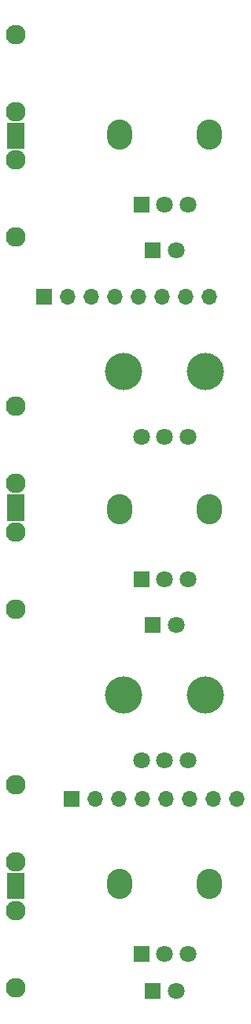
<source format=gbr>
%TF.GenerationSoftware,KiCad,Pcbnew,(5.1.9-0-10_14)*%
%TF.CreationDate,2021-04-20T22:44:58+02:00*%
%TF.ProjectId,tribus_front,74726962-7573-45f6-9672-6f6e742e6b69,rev?*%
%TF.SameCoordinates,Original*%
%TF.FileFunction,Soldermask,Top*%
%TF.FilePolarity,Negative*%
%FSLAX46Y46*%
G04 Gerber Fmt 4.6, Leading zero omitted, Abs format (unit mm)*
G04 Created by KiCad (PCBNEW (5.1.9-0-10_14)) date 2021-04-20 22:44:58*
%MOMM*%
%LPD*%
G01*
G04 APERTURE LIST*
%ADD10C,1.800000*%
%ADD11R,1.800000X1.800000*%
%ADD12C,2.130000*%
%ADD13R,1.930000X1.830000*%
%ADD14O,2.720000X3.240000*%
%ADD15C,4.000000*%
%ADD16O,1.700000X1.700000*%
%ADD17R,1.700000X1.700000*%
G04 APERTURE END LIST*
D10*
%TO.C,D14*%
X22140000Y-65300000D03*
D11*
X19600000Y-65300000D03*
%TD*%
D12*
%TO.C,J8*%
X4900000Y-90800000D03*
D13*
X4900000Y-93900000D03*
D12*
X4900000Y-82500000D03*
%TD*%
%TO.C,J5*%
X4900000Y-96050000D03*
D13*
X4900000Y-92950000D03*
D12*
X4900000Y-104350000D03*
%TD*%
D11*
%TO.C,RV5*%
X18400000Y-100700000D03*
D10*
X20900000Y-100700000D03*
X23400000Y-100700000D03*
D14*
X25700000Y-93200000D03*
X16100000Y-93200000D03*
%TD*%
D10*
%TO.C,RV3*%
X18400000Y-79900000D03*
X20900000Y-79900000D03*
X23400000Y-79900000D03*
D15*
X16500000Y-72900000D03*
X25300000Y-72900000D03*
%TD*%
D11*
%TO.C,RV2*%
X18400000Y-60400000D03*
D10*
X20900000Y-60400000D03*
X23400000Y-60400000D03*
D14*
X25700000Y-52900000D03*
X16100000Y-52900000D03*
%TD*%
D10*
%TO.C,RV7*%
X18400000Y-45100000D03*
X20900000Y-45100000D03*
X23400000Y-45100000D03*
D15*
X16500000Y-38100000D03*
X25300000Y-38100000D03*
%TD*%
D11*
%TO.C,RV6*%
X18400000Y-20100000D03*
D10*
X20900000Y-20100000D03*
X23400000Y-20100000D03*
D14*
X25700000Y-12600000D03*
X16100000Y-12600000D03*
%TD*%
D10*
%TO.C,D8*%
X22140000Y-25000000D03*
D11*
X19600000Y-25000000D03*
%TD*%
D10*
%TO.C,D7*%
X22140000Y-104730000D03*
D11*
X19600000Y-104730000D03*
%TD*%
D12*
%TO.C,J2*%
X4900000Y-10100000D03*
D13*
X4900000Y-13200000D03*
D12*
X4900000Y-1800000D03*
%TD*%
%TO.C,J6*%
X4900000Y-15300000D03*
D13*
X4900000Y-12200000D03*
D12*
X4900000Y-23600000D03*
%TD*%
%TO.C,J10*%
X4900000Y-50100000D03*
D13*
X4900000Y-53200000D03*
D12*
X4900000Y-41800000D03*
%TD*%
%TO.C,J3*%
X4900000Y-55300000D03*
D13*
X4900000Y-52200000D03*
D12*
X4900000Y-63600000D03*
%TD*%
D16*
%TO.C,J9*%
X28690000Y-84000000D03*
X26150000Y-84000000D03*
X23610000Y-84000000D03*
X21070000Y-84000000D03*
X18530000Y-84000000D03*
X15990000Y-84000000D03*
X13450000Y-84000000D03*
D17*
X10910000Y-84000000D03*
%TD*%
D16*
%TO.C,J11*%
X25690000Y-30000000D03*
X23150000Y-30000000D03*
X20610000Y-30000000D03*
X18070000Y-30000000D03*
X15530000Y-30000000D03*
X12990000Y-30000000D03*
X10450000Y-30000000D03*
D17*
X7910000Y-30000000D03*
%TD*%
M02*

</source>
